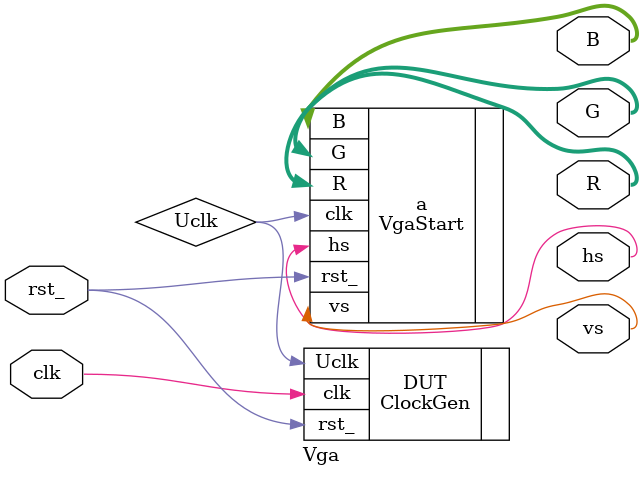
<source format=v>
module Vga(clk,rst_,hs,vs,R,G,B);
input clk, rst_;
output [2:0]R,G;
output [1:0]B;
output hs, vs;
wire Uclk;

VgaStart a(.clk(Uclk),.rst_(rst_),.hs(hs),.vs(vs),.R(R),.G(G),.B(B));
ClockGen #(.a(100000000),.b(25000000),.Olength(2)) DUT(.clk(clk),.rst_(rst_),.Uclk(Uclk));


endmodule
</source>
